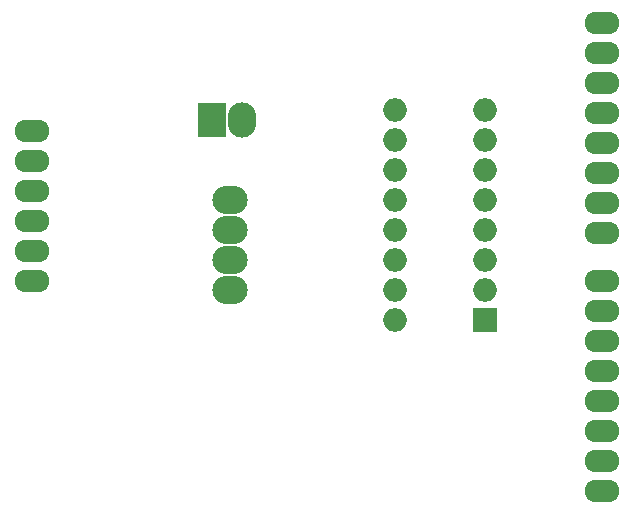
<source format=gbs>
G04 #@! TF.FileFunction,Soldermask,Bot*
%FSLAX46Y46*%
G04 Gerber Fmt 4.6, Leading zero omitted, Abs format (unit mm)*
G04 Created by KiCad (PCBNEW 4.0.6) date Wed Jun 28 23:47:14 2017*
%MOMM*%
%LPD*%
G01*
G04 APERTURE LIST*
%ADD10C,0.100000*%
%ADD11O,2.940000X1.924000*%
%ADD12R,2.000000X2.000000*%
%ADD13O,2.000000X2.000000*%
%ADD14O,3.000000X2.400000*%
%ADD15R,2.400000X3.000000*%
%ADD16O,2.400000X3.000000*%
G04 APERTURE END LIST*
D10*
D11*
X157251400Y-99606100D03*
X157251400Y-97066100D03*
X157251400Y-94526100D03*
X157251400Y-89446100D03*
X157251400Y-86906100D03*
X205511400Y-117386100D03*
X205511400Y-114846100D03*
X205511400Y-112306100D03*
X205511400Y-109766100D03*
X205511400Y-107226100D03*
X205511400Y-104686100D03*
X205511400Y-102146100D03*
X205511400Y-99606100D03*
X205511400Y-95542100D03*
X205511400Y-93002100D03*
X205511400Y-90462100D03*
X205511400Y-87922100D03*
X205511400Y-85382100D03*
X205511400Y-82842100D03*
X205511400Y-80302100D03*
X205511400Y-77762100D03*
X157251400Y-91986100D03*
D12*
X195580000Y-102870000D03*
D13*
X187960000Y-85090000D03*
X195580000Y-100330000D03*
X187960000Y-87630000D03*
X195580000Y-97790000D03*
X187960000Y-90170000D03*
X195580000Y-95250000D03*
X187960000Y-92710000D03*
X195580000Y-92710000D03*
X187960000Y-95250000D03*
X195580000Y-90170000D03*
X187960000Y-97790000D03*
X195580000Y-87630000D03*
X187960000Y-100330000D03*
X195580000Y-85090000D03*
X187960000Y-102870000D03*
D14*
X173990000Y-100330000D03*
X173990000Y-97790000D03*
X173990000Y-95250000D03*
X173990000Y-92710000D03*
D15*
X172466000Y-85979000D03*
D16*
X175006000Y-85979000D03*
M02*

</source>
